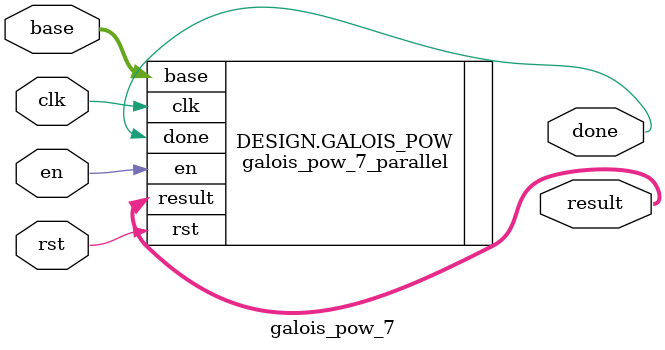
<source format=v>



// Use `GALOIS_POW_7_METHOD` parameter to select which exponentiation hardware method is used.
// Only the following values of GALOIS_POW_7_METHOD are valid:
//     - "serial" (uses 1 galois_mult instance and takes time equivalent to 4 multiplications)
//     - "parallel" (uses 2 galois_mult instances and takes time equivalent to 3 multiplications)

// Refer to file `galois_mult.v` for explanation of parameter `GALOIS_MULT_METHOD`.

module galois_pow_7 #(
	parameter N_BITS = 254,
	parameter GALOIS_MULT_METHOD = "peasant",
	parameter GALOIS_POW_7_METHOD = "parallel"
) (
	input clk,
	input rst,
	input en,
	input  [N_BITS-1:0] base,
	output [N_BITS-1:0] result,
	output done
);

generate
	case (GALOIS_POW_7_METHOD)
		"serial": begin : DESIGN
			galois_pow_7_serial #(
				.N_BITS(N_BITS),
				.GALOIS_MULT_METHOD(GALOIS_MULT_METHOD)
			) GALOIS_POW (
				.clk(clk),
				.rst(rst),
				.en(en),
				.base(base),
				.result(result),
				.done(done)
			);
		end

		"parallel": begin : DESIGN
			galois_pow_7_parallel #(
				.N_BITS(N_BITS),
				.GALOIS_MULT_METHOD(GALOIS_MULT_METHOD)
			) GALOIS_POW (
				.clk(clk),
				.rst(rst),
				.en(en),
				.base(base),
				.result(result),
				.done(done)
			);
		end

		default: begin : DESIGN
			initial $display("[WARNING] using GALOIS_POW_7_METHOD=\"serial\" by default");
			galois_pow_7_serial #(
				.N_BITS(N_BITS),
				.GALOIS_MULT_METHOD(GALOIS_MULT_METHOD)
			) GALOIS_POW (
				.clk(clk),
				.rst(rst),
				.en(en),
				.base(base),
				.result(result),
				.done(done)
			);
		end
	endcase
endgenerate

endmodule

</source>
